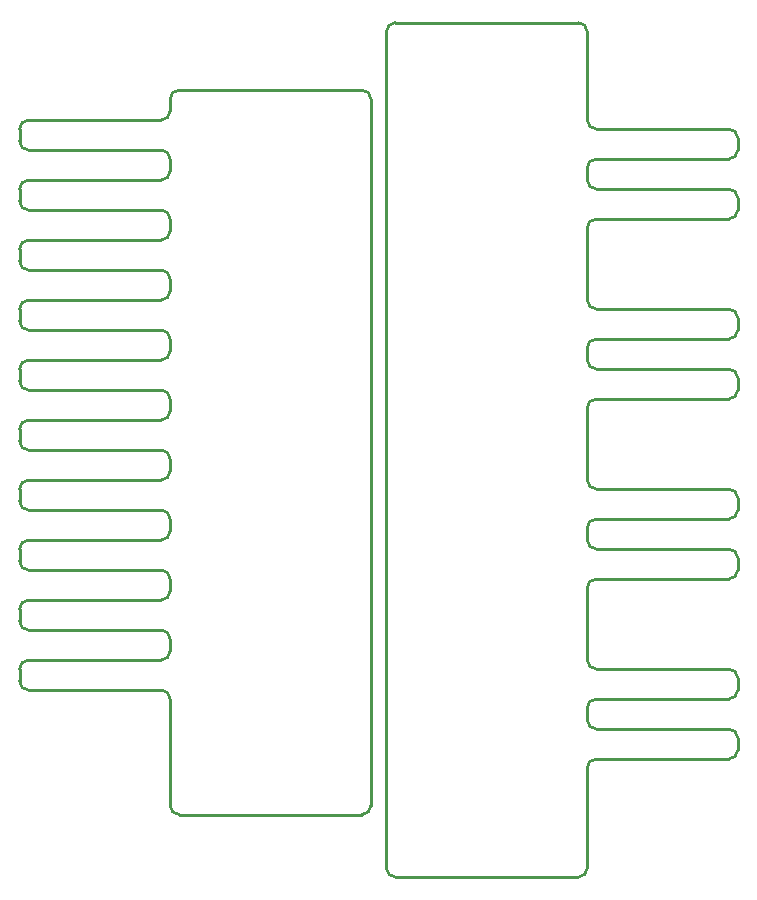
<source format=gbr>
%TF.GenerationSoftware,KiCad,Pcbnew,7.0.10*%
%TF.CreationDate,2024-07-21T07:40:16-04:00*%
%TF.ProjectId,12.1.1 - PLC Connector.kicad_pcb_appended,31322e31-2e31-4202-9d20-504c4320436f,rev?*%
%TF.SameCoordinates,Original*%
%TF.FileFunction,Profile,NP*%
%FSLAX46Y46*%
G04 Gerber Fmt 4.6, Leading zero omitted, Abs format (unit mm)*
G04 Created by KiCad (PCBNEW 7.0.10) date 2024-07-21 07:40:16*
%MOMM*%
%LPD*%
G01*
G04 APERTURE LIST*
%TA.AperFunction,Profile*%
%ADD10C,0.250000*%
%TD*%
G04 APERTURE END LIST*
D10*
X144136134Y-115062166D02*
G75*
G03*
X143386145Y-114312166I-750034J-34D01*
G01*
X132136145Y-81292245D02*
G75*
G03*
X131386145Y-82042166I-45J-749955D01*
G01*
X144136145Y-126262166D02*
X144136145Y-125222166D01*
X144136145Y-100862166D02*
X144136145Y-99822166D01*
X132136145Y-86372166D02*
X143386145Y-86372166D01*
X160386145Y-140092245D02*
G75*
G03*
X161136145Y-139342166I-45J750045D01*
G01*
X144136145Y-116102166D02*
X144136145Y-115062166D01*
X131386134Y-93242166D02*
G75*
G03*
X132136145Y-93992166I749966J-34D01*
G01*
X144136145Y-139342166D02*
X144136145Y-130302166D01*
X132136145Y-96532245D02*
G75*
G03*
X131386145Y-97282166I-45J-749955D01*
G01*
X131386134Y-108482166D02*
G75*
G03*
X132136145Y-109232166I749966J-34D01*
G01*
X131386145Y-88162166D02*
X131386145Y-87122166D01*
X144136134Y-94742166D02*
G75*
G03*
X143386145Y-93992166I-750034J-34D01*
G01*
X132136145Y-111772166D02*
X143386145Y-111772166D01*
X131386145Y-98322166D02*
X131386145Y-97282166D01*
X143386145Y-88912166D02*
X132136145Y-88912166D01*
X143386145Y-121932245D02*
G75*
G03*
X144136145Y-121182166I-45J750045D01*
G01*
X132136145Y-91452166D02*
X143386145Y-91452166D01*
X144886145Y-78752166D02*
X160386145Y-78752166D01*
X132136145Y-106692245D02*
G75*
G03*
X131386145Y-107442166I-45J-749955D01*
G01*
X144136145Y-111022166D02*
X144136145Y-109982166D01*
X144136134Y-139342166D02*
G75*
G03*
X144886145Y-140092166I749966J-34D01*
G01*
X131386134Y-83082166D02*
G75*
G03*
X132136145Y-83832166I749966J-34D01*
G01*
X143386145Y-116852245D02*
G75*
G03*
X144136145Y-116102166I-45J750045D01*
G01*
X132136145Y-121932166D02*
X143386145Y-121932166D01*
X160386145Y-140092166D02*
X144886145Y-140092166D01*
X132136145Y-106692166D02*
X143386145Y-106692166D01*
X143386145Y-101612245D02*
G75*
G03*
X144136145Y-100862166I-45J750045D01*
G01*
X144136134Y-89662166D02*
G75*
G03*
X143386145Y-88912166I-750034J-34D01*
G01*
X143386145Y-109232166D02*
X132136145Y-109232166D01*
X144136145Y-85622166D02*
X144136145Y-84582166D01*
X143386145Y-106692245D02*
G75*
G03*
X144136145Y-105942166I-45J750045D01*
G01*
X131386145Y-128802166D02*
X131386145Y-127762166D01*
X144136145Y-80542166D02*
X144136145Y-79502166D01*
X131386145Y-123722166D02*
X131386145Y-122682166D01*
X161136145Y-79502166D02*
X161136145Y-139342166D01*
X144136134Y-84582166D02*
G75*
G03*
X143386145Y-83832166I-750034J-34D01*
G01*
X131386145Y-103402166D02*
X131386145Y-102362166D01*
X131386145Y-108482166D02*
X131386145Y-107442166D01*
X131386134Y-123722166D02*
G75*
G03*
X132136145Y-124472166I749966J-34D01*
G01*
X132136145Y-127012166D02*
X143386145Y-127012166D01*
X143386145Y-124472166D02*
X132136145Y-124472166D01*
X131386134Y-88162166D02*
G75*
G03*
X132136145Y-88912166I749966J-34D01*
G01*
X144136145Y-90702166D02*
X144136145Y-89662166D01*
X143386145Y-91452245D02*
G75*
G03*
X144136145Y-90702166I-45J750045D01*
G01*
X131386134Y-103402166D02*
G75*
G03*
X132136145Y-104152166I749966J-34D01*
G01*
X131386145Y-118642166D02*
X131386145Y-117602166D01*
X144136134Y-125222166D02*
G75*
G03*
X143386145Y-124472166I-750034J-34D01*
G01*
X144136134Y-99822166D02*
G75*
G03*
X143386145Y-99072166I-750034J-34D01*
G01*
X144886145Y-78752245D02*
G75*
G03*
X144136145Y-79502166I-45J-749955D01*
G01*
X132136145Y-91452245D02*
G75*
G03*
X131386145Y-92202166I-45J-749955D01*
G01*
X161136134Y-79502166D02*
G75*
G03*
X160386145Y-78752166I-750034J-34D01*
G01*
X144136134Y-120142166D02*
G75*
G03*
X143386145Y-119392166I-750034J-34D01*
G01*
X131386134Y-128802166D02*
G75*
G03*
X132136145Y-129552166I749966J-34D01*
G01*
X131386134Y-118642166D02*
G75*
G03*
X132136145Y-119392166I749966J-34D01*
G01*
X132136145Y-101612245D02*
G75*
G03*
X131386145Y-102362166I-45J-749955D01*
G01*
X132136145Y-96532166D02*
X143386145Y-96532166D01*
X131386145Y-113562166D02*
X131386145Y-112522166D01*
X132136145Y-127012245D02*
G75*
G03*
X131386145Y-127762166I-45J-749955D01*
G01*
X143386145Y-81292245D02*
G75*
G03*
X144136145Y-80542166I-45J750045D01*
G01*
X132136145Y-81292166D02*
X143386145Y-81292166D01*
X131386145Y-93242166D02*
X131386145Y-92202166D01*
X132136145Y-111772245D02*
G75*
G03*
X131386145Y-112522166I-45J-749955D01*
G01*
X143386145Y-93992166D02*
X132136145Y-93992166D01*
X132136145Y-86372245D02*
G75*
G03*
X131386145Y-87122166I-45J-749955D01*
G01*
X143386145Y-127012245D02*
G75*
G03*
X144136145Y-126262166I-45J750045D01*
G01*
X143386145Y-119392166D02*
X132136145Y-119392166D01*
X143386145Y-96532245D02*
G75*
G03*
X144136145Y-95782166I-45J750045D01*
G01*
X132136145Y-101612166D02*
X143386145Y-101612166D01*
X143386145Y-86372245D02*
G75*
G03*
X144136145Y-85622166I-45J750045D01*
G01*
X132136145Y-116852245D02*
G75*
G03*
X131386145Y-117602166I-45J-749955D01*
G01*
X131386145Y-83082166D02*
X131386145Y-82042166D01*
X132136145Y-116852166D02*
X143386145Y-116852166D01*
X144136145Y-105942166D02*
X144136145Y-104902166D01*
X144136134Y-104902166D02*
G75*
G03*
X143386145Y-104152166I-750034J-34D01*
G01*
X132136145Y-121932245D02*
G75*
G03*
X131386145Y-122682166I-45J-749955D01*
G01*
X143386145Y-104152166D02*
X132136145Y-104152166D01*
X144136145Y-121182166D02*
X144136145Y-120142166D01*
X144136145Y-95782166D02*
X144136145Y-94742166D01*
X143386145Y-111772245D02*
G75*
G03*
X144136145Y-111022166I-45J750045D01*
G01*
X131386134Y-98322166D02*
G75*
G03*
X132136145Y-99072166I749966J-34D01*
G01*
X131386134Y-113562166D02*
G75*
G03*
X132136145Y-114312166I749966J-34D01*
G01*
X144136134Y-130302166D02*
G75*
G03*
X143386145Y-129552166I-750034J-34D01*
G01*
X143386145Y-83832166D02*
X132136145Y-83832166D01*
X144136134Y-109982166D02*
G75*
G03*
X143386145Y-109232166I-750034J-34D01*
G01*
X143386145Y-114312166D02*
X132136145Y-114312166D01*
X143386145Y-129552166D02*
X132136145Y-129552166D01*
X143386145Y-99072166D02*
X132136145Y-99072166D01*
X192199987Y-82800000D02*
G75*
G03*
X191450000Y-82050000I-749962J38D01*
G01*
X179449987Y-111780000D02*
G75*
G03*
X180200000Y-112530000I750038J38D01*
G01*
X180200000Y-87130000D02*
X191450000Y-87130000D01*
X162450000Y-144640000D02*
X162450000Y-73800000D01*
X179450000Y-85340000D02*
X179450000Y-86380000D01*
X179450000Y-120900000D02*
X179450000Y-127020000D01*
X192200000Y-98040000D02*
X192200000Y-99080000D01*
X192199987Y-103120000D02*
G75*
G03*
X191450000Y-102370000I-749962J38D01*
G01*
X192200000Y-118360000D02*
X192200000Y-119400000D01*
X180200000Y-132850000D02*
X191450000Y-132850000D01*
X192199987Y-98040000D02*
G75*
G03*
X191450000Y-97290000I-749962J38D01*
G01*
X180200000Y-120149937D02*
G75*
G03*
X179450000Y-120900000I25J-750025D01*
G01*
X180200000Y-135389937D02*
G75*
G03*
X179450000Y-136140000I25J-750025D01*
G01*
X191450000Y-89670000D02*
X180200000Y-89670000D01*
X180200000Y-130309937D02*
G75*
G03*
X179450000Y-131060000I25J-750025D01*
G01*
X179449987Y-96540000D02*
G75*
G03*
X180200000Y-97290000I750038J38D01*
G01*
X179449987Y-86380000D02*
G75*
G03*
X180200000Y-87130000I750038J38D01*
G01*
X191450000Y-99830000D02*
X180200000Y-99830000D01*
X192200000Y-82800000D02*
X192200000Y-83840000D01*
X179449987Y-81300000D02*
G75*
G03*
X180200000Y-82050000I750038J38D01*
G01*
X180200000Y-82050000D02*
X191450000Y-82050000D01*
X191450000Y-135389937D02*
G75*
G03*
X192200000Y-134640000I25J749975D01*
G01*
X192200000Y-128520000D02*
X192200000Y-129560000D01*
X180200000Y-99829937D02*
G75*
G03*
X179450000Y-100580000I25J-750025D01*
G01*
X192200000Y-113280000D02*
X192200000Y-114320000D01*
X179449987Y-127020000D02*
G75*
G03*
X180200000Y-127770000I750038J38D01*
G01*
X180200000Y-127770000D02*
X191450000Y-127770000D01*
X191450000Y-84589937D02*
G75*
G03*
X192200000Y-83840000I25J749975D01*
G01*
X191450000Y-115069937D02*
G75*
G03*
X192200000Y-114320000I25J749975D01*
G01*
X191450000Y-135390000D02*
X180200000Y-135390000D01*
X163200000Y-73050000D02*
X178700000Y-73050000D01*
X179449987Y-116860000D02*
G75*
G03*
X180200000Y-117610000I750038J38D01*
G01*
X191450000Y-130310000D02*
X180200000Y-130310000D01*
X191450000Y-120149937D02*
G75*
G03*
X192200000Y-119400000I25J749975D01*
G01*
X180200000Y-115069937D02*
G75*
G03*
X179450000Y-115820000I25J-750025D01*
G01*
X180200000Y-97290000D02*
X191450000Y-97290000D01*
X179450000Y-90420000D02*
X179450000Y-96540000D01*
X191450000Y-130309937D02*
G75*
G03*
X192200000Y-129560000I25J749975D01*
G01*
X192199987Y-118360000D02*
G75*
G03*
X191450000Y-117610000I-749962J38D01*
G01*
X192199987Y-128520000D02*
G75*
G03*
X191450000Y-127770000I-749962J38D01*
G01*
X192200000Y-133600000D02*
X192200000Y-134640000D01*
X178700000Y-145389937D02*
G75*
G03*
X179450000Y-144640000I25J749975D01*
G01*
X192200000Y-103120000D02*
X192200000Y-104160000D01*
X179450000Y-115820000D02*
X179450000Y-116860000D01*
X162449987Y-144640000D02*
G75*
G03*
X163200000Y-145390000I750038J38D01*
G01*
X180200000Y-89669937D02*
G75*
G03*
X179450000Y-90420000I25J-750025D01*
G01*
X180200000Y-112530000D02*
X191450000Y-112530000D01*
X180200000Y-104909937D02*
G75*
G03*
X179450000Y-105660000I25J-750025D01*
G01*
X180200000Y-117610000D02*
X191450000Y-117610000D01*
X179450000Y-136140000D02*
X179450000Y-144640000D01*
X191450000Y-84590000D02*
X180200000Y-84590000D01*
X191450000Y-99829937D02*
G75*
G03*
X192200000Y-99080000I25J749975D01*
G01*
X179449987Y-101620000D02*
G75*
G03*
X180200000Y-102370000I750038J38D01*
G01*
X192199987Y-133600000D02*
G75*
G03*
X191450000Y-132850000I-749962J38D01*
G01*
X191450000Y-104910000D02*
X180200000Y-104910000D01*
X179450000Y-105660000D02*
X179450000Y-111780000D01*
X192199987Y-113280000D02*
G75*
G03*
X191450000Y-112530000I-749962J38D01*
G01*
X191450000Y-89669937D02*
G75*
G03*
X192200000Y-88920000I25J749975D01*
G01*
X191450000Y-120150000D02*
X180200000Y-120150000D01*
X179450000Y-100580000D02*
X179450000Y-101620000D01*
X179449987Y-132100000D02*
G75*
G03*
X180200000Y-132850000I750038J38D01*
G01*
X163200000Y-73049937D02*
G75*
G03*
X162450000Y-73800000I25J-750025D01*
G01*
X192199987Y-87880000D02*
G75*
G03*
X191450000Y-87130000I-749962J38D01*
G01*
X179450000Y-131060000D02*
X179450000Y-132100000D01*
X191450000Y-104909937D02*
G75*
G03*
X192200000Y-104160000I25J749975D01*
G01*
X191450000Y-115070000D02*
X180200000Y-115070000D01*
X178700000Y-145390000D02*
X163200000Y-145390000D01*
X179450000Y-73800000D02*
X179450000Y-81300000D01*
X180200000Y-102370000D02*
X191450000Y-102370000D01*
X192200000Y-87880000D02*
X192200000Y-88920000D01*
X180200000Y-84589937D02*
G75*
G03*
X179450000Y-85340000I25J-750025D01*
G01*
X179449987Y-73800000D02*
G75*
G03*
X178700000Y-73050000I-749962J38D01*
G01*
M02*

</source>
